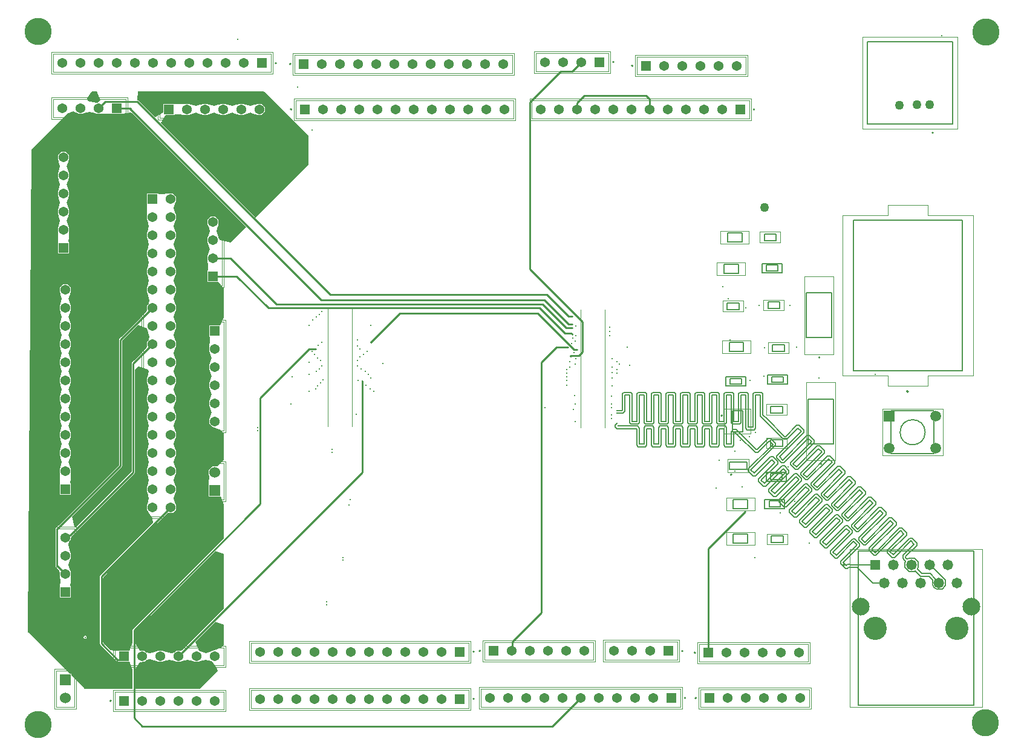
<source format=gbl>
G04*
G04 #@! TF.GenerationSoftware,Altium Limited,Altium Designer,22.1.2 (22)*
G04*
G04 Layer_Physical_Order=10*
G04 Layer_Color=16711680*
%FSLAX25Y25*%
%MOIN*%
G70*
G04*
G04 #@! TF.SameCoordinates,2E2365BE-A05A-434A-80F0-4BE633B458EC*
G04*
G04*
G04 #@! TF.FilePolarity,Positive*
G04*
G01*
G75*
%ADD10C,0.00787*%
%ADD11C,0.00500*%
%ADD12C,0.00394*%
%ADD13C,0.01000*%
%ADD14C,0.00197*%
%ADD65R,0.05394X0.05394*%
%ADD66C,0.05394*%
%ADD67R,0.05394X0.05394*%
%ADD68C,0.12795*%
%ADD69C,0.09744*%
%ADD70R,0.05819X0.05819*%
%ADD71C,0.05819*%
%ADD72R,0.06024X0.06024*%
%ADD73C,0.06024*%
%ADD74C,0.05898*%
%ADD75R,0.05898X0.05898*%
%ADD76C,0.15000*%
%ADD77C,0.01000*%
%ADD78C,0.05000*%
%ADD79C,0.00500*%
G36*
X269441Y353500D02*
X267836Y351997D01*
X267259D01*
X262494Y353225D01*
X262071Y354685D01*
X264792Y358500D01*
X267465D01*
X269441Y353500D01*
D02*
G37*
G36*
X384000Y334000D02*
Y318000D01*
X354862Y288862D01*
X302669Y341056D01*
X305293Y345503D01*
X309730Y345503D01*
X309997Y345503D01*
X310721Y345613D01*
X312555Y345595D01*
X315756Y345505D01*
X315759Y345503D01*
X318241D01*
X318279Y345540D01*
X318997Y345762D01*
X319474Y345899D01*
Y345899D01*
X322000Y346624D01*
X324526Y345899D01*
Y345899D01*
X325003Y345762D01*
X325721Y345540D01*
X325759Y345503D01*
X328241D01*
X328279Y345540D01*
X328997Y345762D01*
X329474Y345899D01*
Y345899D01*
X332000Y346624D01*
X334526Y345899D01*
Y345899D01*
X335003Y345762D01*
X335721Y345540D01*
X335759Y345503D01*
X338241D01*
X338279Y345540D01*
X338997Y345762D01*
X339474Y345899D01*
Y345899D01*
X342000Y346624D01*
X344526Y345899D01*
Y345899D01*
X345003Y345762D01*
X345721Y345540D01*
X345759Y345503D01*
X348241D01*
X348279Y345540D01*
X348997Y345762D01*
X349474Y345899D01*
Y345899D01*
X352000Y346624D01*
X354526Y345899D01*
Y345899D01*
X355003Y345762D01*
X355721Y345540D01*
X355759Y345503D01*
X358241Y345503D01*
X359997Y347259D01*
Y349741D01*
X358241Y351497D01*
X355759D01*
X355721Y351460D01*
X355707Y351455D01*
X355003Y351238D01*
X354526Y351101D01*
Y351101D01*
X352000Y350376D01*
X349474Y351101D01*
Y351101D01*
X348997Y351238D01*
X348279Y351460D01*
X348241Y351497D01*
X345759D01*
X345721Y351460D01*
X345003Y351238D01*
X344526Y351101D01*
Y351101D01*
X342000Y350376D01*
X339474Y351101D01*
Y351101D01*
X338997Y351238D01*
X338279Y351460D01*
X338241Y351497D01*
X335759D01*
X335721Y351460D01*
X335003Y351238D01*
X334526Y351101D01*
Y351101D01*
X332000Y350376D01*
X329474Y351101D01*
Y351101D01*
X328997Y351238D01*
X328279Y351460D01*
X328241Y351497D01*
X325759D01*
X325721Y351460D01*
X325003Y351238D01*
X324526Y351101D01*
Y351101D01*
X322000Y350376D01*
X319474Y351101D01*
Y351101D01*
X318997Y351238D01*
X318279Y351460D01*
X318241Y351497D01*
X315759D01*
X315756Y351495D01*
X312555Y351405D01*
X310721Y351387D01*
X309997Y351497D01*
X309730Y351497D01*
X304003D01*
X304003Y346793D01*
X299556Y344169D01*
X290415Y353309D01*
X289803Y353563D01*
X289955Y358500D01*
X359500D01*
X384000Y334000D01*
D02*
G37*
G36*
X257259Y346003D02*
X257259Y346003D01*
X259741Y346003D01*
X259779Y346041D01*
X260497Y346262D01*
X263500Y347124D01*
X266504Y346262D01*
X267221Y346041D01*
X267259Y346003D01*
X269741D01*
X269744Y346006D01*
X272945Y346095D01*
X274779Y346113D01*
X275503Y346003D01*
Y346003D01*
X281497D01*
Y346003D01*
X286497Y346779D01*
X349638Y283638D01*
X341207Y275207D01*
X335239Y276310D01*
X334932Y276867D01*
X334497Y277689D01*
Y277741D01*
X334459Y277779D01*
X334238Y278497D01*
X334101Y278974D01*
X334101D01*
X333376Y281500D01*
X334101Y284026D01*
X334101D01*
X334238Y284503D01*
X334459Y285221D01*
X334497Y285259D01*
X334497Y287741D01*
X332741Y289497D01*
X330259D01*
X328503Y287741D01*
Y285259D01*
X328540Y285221D01*
X328545Y285207D01*
X328762Y284503D01*
X328899Y284026D01*
X328899D01*
X329624Y281500D01*
X328899Y278974D01*
X328899D01*
X328762Y278497D01*
X328540Y277779D01*
X328503Y277741D01*
Y275259D01*
X328540Y275221D01*
X328762Y274503D01*
X329624Y271500D01*
X328762Y268497D01*
X328540Y267779D01*
X328503Y267741D01*
Y265259D01*
X328505Y265256D01*
X328595Y262055D01*
X328613Y260221D01*
X328503Y259497D01*
X328503D01*
Y253503D01*
X331751D01*
X334497Y253503D01*
X337500Y249747D01*
Y233667D01*
X335497Y229497D01*
X332500Y229497D01*
X329503D01*
Y223770D01*
X329503Y223503D01*
X329613Y222779D01*
X329595Y220945D01*
X329505Y217744D01*
X329503Y217741D01*
Y215259D01*
X329540Y215221D01*
X329762Y214503D01*
X330624Y211500D01*
X329762Y208497D01*
X329540Y207779D01*
X329503Y207741D01*
Y205259D01*
X329540Y205221D01*
X329762Y204503D01*
X330624Y201500D01*
X329762Y198497D01*
X329540Y197779D01*
X329503Y197741D01*
Y195259D01*
X329540Y195221D01*
X329762Y194503D01*
X330624Y191500D01*
X329762Y188497D01*
X329540Y187779D01*
X329503Y187741D01*
Y185259D01*
X329540Y185221D01*
X329762Y184503D01*
X330624Y181500D01*
X329762Y178497D01*
X329545Y177793D01*
X329540Y177779D01*
X329503Y177741D01*
Y175259D01*
X331259Y173503D01*
X331342Y173503D01*
X335647Y171824D01*
X337500Y170191D01*
Y155255D01*
X333872Y151812D01*
X332500Y151812D01*
X331128D01*
X329188Y149872D01*
Y147128D01*
X329505Y146812D01*
X329188Y141812D01*
X329188Y140992D01*
Y135188D01*
X332500D01*
X335812Y135188D01*
X337500Y130887D01*
Y112225D01*
X287388Y62112D01*
X287134Y61500D01*
Y54319D01*
X285497Y49997D01*
X282134Y49997D01*
X279503Y49997D01*
X277573Y50204D01*
X274733Y50507D01*
X274706Y50519D01*
X272598Y52627D01*
X271945Y53299D01*
X271064Y54469D01*
X270878Y55168D01*
X270866Y56860D01*
Y57508D01*
Y87492D01*
Y88140D01*
X270866Y88225D01*
X270886Y89862D01*
X271070Y90554D01*
X271426Y91167D01*
X272598Y92373D01*
X273094Y92869D01*
X298475Y118251D01*
X300657Y120433D01*
X303324Y123100D01*
X305973Y125749D01*
X306759Y126003D01*
X309241D01*
X310997Y127759D01*
Y130241D01*
X310960Y130279D01*
X310955Y130293D01*
X310738Y130997D01*
X309876Y134000D01*
X310738Y137003D01*
X310960Y137721D01*
X310997Y137759D01*
Y140241D01*
X310960Y140279D01*
X310738Y140997D01*
X309876Y144000D01*
X310738Y147003D01*
X310960Y147721D01*
X310997Y147759D01*
Y150241D01*
X310960Y150279D01*
X310738Y150997D01*
X309876Y154000D01*
X310738Y157003D01*
X310960Y157721D01*
X310997Y157759D01*
Y160241D01*
X310960Y160279D01*
X310738Y160997D01*
X309876Y164000D01*
X310738Y167003D01*
X310960Y167721D01*
X310997Y167759D01*
Y170241D01*
X310960Y170279D01*
X310738Y170997D01*
X309876Y174000D01*
X310738Y177003D01*
X310960Y177721D01*
X310997Y177759D01*
Y180241D01*
X310960Y180279D01*
X310738Y180997D01*
X309876Y184000D01*
X310738Y187003D01*
X310960Y187721D01*
X310997Y187759D01*
Y190241D01*
X310960Y190279D01*
X310738Y190997D01*
X309876Y194000D01*
X310738Y197003D01*
X310960Y197721D01*
X310997Y197759D01*
Y200241D01*
X310960Y200279D01*
X310738Y200997D01*
X309876Y204000D01*
X310738Y207003D01*
X310960Y207721D01*
X310997Y207759D01*
Y210241D01*
X310960Y210279D01*
X310738Y210997D01*
X309876Y214000D01*
X310738Y217003D01*
X310960Y217721D01*
X310997Y217759D01*
Y220241D01*
X310960Y220279D01*
X310738Y220997D01*
X309876Y224000D01*
X310738Y227003D01*
X310960Y227721D01*
X310997Y227759D01*
Y230241D01*
X310960Y230279D01*
X310738Y230997D01*
X309876Y234000D01*
X310738Y237003D01*
X310960Y237721D01*
X310997Y237759D01*
Y240241D01*
X310960Y240279D01*
X310738Y240997D01*
X309876Y244000D01*
X310738Y247003D01*
X310960Y247721D01*
X310997Y247759D01*
Y250241D01*
X310960Y250279D01*
X310738Y250997D01*
X309876Y254000D01*
X310738Y257003D01*
X310960Y257721D01*
X310997Y257759D01*
Y260241D01*
X310960Y260279D01*
X310738Y260997D01*
X309876Y264000D01*
X310738Y267003D01*
X310960Y267721D01*
X310997Y267759D01*
Y270241D01*
X310960Y270279D01*
X310738Y270997D01*
X309876Y274000D01*
X310738Y277003D01*
X310960Y277721D01*
X310997Y277759D01*
Y280241D01*
X310960Y280279D01*
X310738Y280997D01*
X309876Y284000D01*
X310738Y287003D01*
X310960Y287721D01*
X310997Y287759D01*
Y290241D01*
X310960Y290279D01*
X310738Y290997D01*
X309876Y294000D01*
X310738Y297003D01*
X310960Y297721D01*
X310997Y297759D01*
X310997Y300241D01*
X309241Y301997D01*
X309241Y301997D01*
X308504Y301997D01*
X306759D01*
X306759Y301997D01*
X306756Y301994D01*
X306723Y301993D01*
X303555Y301905D01*
X301721Y301887D01*
X300997Y301997D01*
X300730Y301997D01*
X295003D01*
Y296270D01*
X295003Y296003D01*
X295113Y295279D01*
X295095Y293445D01*
X295005Y290244D01*
X295003Y290241D01*
Y287759D01*
X295040Y287721D01*
X295262Y287003D01*
X296124Y284000D01*
X295262Y280997D01*
X295040Y280279D01*
X295003Y280241D01*
Y277759D01*
X295040Y277721D01*
X295262Y277003D01*
X296124Y274000D01*
X295262Y270997D01*
X295040Y270279D01*
X295003Y270241D01*
Y267759D01*
X295040Y267721D01*
X295262Y267003D01*
X296124Y264000D01*
X295262Y260997D01*
X295040Y260279D01*
X295003Y260241D01*
Y257759D01*
X295040Y257721D01*
X295262Y257003D01*
X296124Y254000D01*
X295262Y250997D01*
X295040Y250279D01*
X295003Y250241D01*
Y247759D01*
X295040Y247721D01*
X295262Y247003D01*
X296345Y243231D01*
X296056Y241294D01*
X295003Y240241D01*
X295003Y240158D01*
X295003Y237759D01*
X294749Y236973D01*
X291612Y233837D01*
X280950Y223174D01*
X279888Y222112D01*
X279634Y221500D01*
Y219983D01*
Y153220D01*
Y152359D01*
X279023Y151748D01*
X246299Y119023D01*
X244888Y117612D01*
X244634Y117000D01*
Y115461D01*
Y98500D01*
Y97000D01*
X244888Y96388D01*
X246747Y94529D01*
X247003Y92623D01*
X247003Y91259D01*
X247471Y88569D01*
X247471Y88569D01*
X247003Y85497D01*
X247003Y85230D01*
Y79503D01*
X252997D01*
Y85230D01*
X252997Y85497D01*
X252887Y86221D01*
X252905Y88055D01*
X252994Y91256D01*
X252997Y91259D01*
Y93741D01*
X252959Y93779D01*
X252738Y94497D01*
X251876Y97500D01*
X252738Y100503D01*
X252959Y101221D01*
X252997Y101259D01*
Y103741D01*
X252959Y103779D01*
X252738Y104497D01*
X251655Y108269D01*
X251944Y110206D01*
X252997Y111259D01*
X253282Y113085D01*
X253330Y113105D01*
X254253Y114028D01*
X287026Y146801D01*
X288112Y147888D01*
X288366Y148500D01*
Y150013D01*
Y205047D01*
X290289Y206610D01*
X295824Y205045D01*
X296124Y204000D01*
X295262Y200997D01*
X295040Y200279D01*
X295003Y200241D01*
Y197759D01*
X295040Y197721D01*
X295262Y197003D01*
X296124Y194000D01*
X295262Y190997D01*
X295040Y190279D01*
X295003Y190241D01*
Y187759D01*
X295040Y187721D01*
X295262Y187003D01*
X296124Y184000D01*
X295262Y180997D01*
X295040Y180279D01*
X295003Y180241D01*
Y177759D01*
X295040Y177721D01*
X295262Y177003D01*
X296124Y174000D01*
X295262Y170997D01*
X295040Y170279D01*
X295003Y170241D01*
Y167759D01*
X295040Y167721D01*
X295262Y167003D01*
X296124Y164000D01*
X295262Y160997D01*
X295040Y160279D01*
X295003Y160241D01*
Y157759D01*
X295040Y157721D01*
X295262Y157003D01*
X296124Y154000D01*
X295262Y150997D01*
X295040Y150279D01*
X295003Y150241D01*
Y147759D01*
X295040Y147721D01*
X295262Y147003D01*
X296124Y144000D01*
X295262Y140997D01*
X295040Y140279D01*
X295003Y140241D01*
Y137759D01*
X295040Y137721D01*
X295262Y137003D01*
X296124Y134000D01*
X295262Y130997D01*
X295040Y130279D01*
X295003Y130241D01*
Y127759D01*
X295062Y127699D01*
X297368Y124214D01*
X297659Y123775D01*
X297957Y123036D01*
X298236Y120461D01*
X295190Y117415D01*
X272685Y94909D01*
X269388Y91612D01*
X269134Y91000D01*
X269134Y86615D01*
Y58385D01*
X269134Y54000D01*
X269388Y53388D01*
X272209Y50567D01*
X275296Y47479D01*
X278277Y44499D01*
X278889Y44245D01*
X279110D01*
X279503Y44003D01*
X282406Y44003D01*
X285497Y44003D01*
X287134Y39681D01*
Y29000D01*
X260500D01*
Y29500D01*
X253312Y36688D01*
Y37312D01*
X252688D01*
X229500Y60500D01*
X231500Y326500D01*
X251164Y346164D01*
X254557Y347411D01*
X257259Y346003D01*
D02*
G37*
G36*
X290792Y229460D02*
X295062Y227699D01*
X296345Y223231D01*
X296056Y221294D01*
X295003Y220241D01*
X295003Y220158D01*
X295003Y217759D01*
X294749Y216973D01*
X291612Y213837D01*
X287929Y210154D01*
X286888Y209112D01*
X286634Y208500D01*
Y206987D01*
Y149721D01*
Y148859D01*
X286030Y148255D01*
X255824Y118048D01*
X255071Y118275D01*
X253648Y123924D01*
X280046Y150321D01*
X281112Y151388D01*
X281366Y152000D01*
Y153517D01*
Y220280D01*
Y221141D01*
X281978Y221753D01*
X290003Y229779D01*
X290792Y229460D01*
D02*
G37*
G36*
X337500Y64243D02*
Y53309D01*
X335647Y51676D01*
X331342Y49997D01*
X331259Y49997D01*
X331221Y49959D01*
X330503Y49738D01*
X327500Y48876D01*
X323800Y49938D01*
X322040Y54208D01*
X321721Y54997D01*
X332881Y66156D01*
X337500Y64243D01*
D02*
G37*
G36*
Y103243D02*
Y75775D01*
X337500Y73225D01*
X317868Y53592D01*
X314527Y50251D01*
X313741Y49997D01*
X311259D01*
X310206Y48944D01*
X308269Y48655D01*
X304497Y49738D01*
X303779Y49959D01*
X303741Y49997D01*
X301259D01*
X301221Y49959D01*
X300503Y49738D01*
X296731Y48655D01*
X294794Y48944D01*
X293866Y49872D01*
X293741Y49997D01*
X291164Y50156D01*
X288866Y54006D01*
Y61141D01*
X332881Y105156D01*
X337500Y103243D01*
D02*
G37*
G36*
X300503Y44262D02*
X301221Y44041D01*
X301259Y44003D01*
X303741D01*
X303779Y44041D01*
X304497Y44262D01*
X307500Y45124D01*
X310503Y44262D01*
X311221Y44041D01*
X311259Y44003D01*
X313741D01*
X313779Y44041D01*
X314497Y44262D01*
X317500Y45124D01*
X320504Y44262D01*
X321221Y44041D01*
X321259Y44003D01*
X323741D01*
X323779Y44041D01*
X324497Y44262D01*
X327500Y45124D01*
X330503Y44262D01*
X331212Y44043D01*
X333442Y40598D01*
X333798Y40020D01*
X334188Y39188D01*
X324000Y29000D01*
X288866D01*
Y39994D01*
X291164Y43844D01*
X293741Y44003D01*
X294794Y45056D01*
X296731Y45345D01*
X300503Y44262D01*
D02*
G37*
%LPC*%
G36*
X250241Y324997D02*
X247759D01*
X247699Y324938D01*
X246003Y323241D01*
Y320759D01*
X246041Y320721D01*
X246045Y320707D01*
X246262Y320003D01*
X246399Y319526D01*
X246399D01*
X247124Y317000D01*
X246399Y314474D01*
X246399D01*
X246262Y313997D01*
X246041Y313279D01*
X246003Y313241D01*
Y310759D01*
X246041Y310721D01*
X246262Y310003D01*
X246399Y309526D01*
X246399D01*
X247124Y307000D01*
X246399Y304474D01*
X246399D01*
X246262Y303997D01*
X246041Y303279D01*
X246003Y303241D01*
Y300759D01*
X246041Y300721D01*
X246262Y300003D01*
X246399Y299526D01*
X246399D01*
X247124Y297000D01*
X246399Y294474D01*
X246399D01*
X246262Y293997D01*
X246041Y293279D01*
X246003Y293241D01*
Y290759D01*
X246041Y290721D01*
X246262Y290003D01*
X246399Y289526D01*
X246399D01*
X247124Y287000D01*
X246399Y284474D01*
X246399D01*
X246262Y283997D01*
X246041Y283279D01*
X246003Y283241D01*
Y280759D01*
X246006Y280756D01*
X246095Y277555D01*
X246113Y275721D01*
X246003Y274997D01*
X246003Y274730D01*
Y269003D01*
X251997D01*
Y274730D01*
X251997Y274997D01*
X251887Y275721D01*
X251905Y277555D01*
X251994Y280756D01*
X251997Y280759D01*
Y283241D01*
X251959Y283279D01*
X251738Y283997D01*
X251601Y284474D01*
X251601D01*
X250876Y287000D01*
X251601Y289526D01*
X251601D01*
X251738Y290003D01*
X251959Y290721D01*
X251997Y290759D01*
Y293241D01*
X251959Y293279D01*
X251738Y293997D01*
X251601Y294474D01*
X251601D01*
X250876Y297000D01*
X251601Y299526D01*
X251601D01*
X251738Y300003D01*
X251959Y300721D01*
X251997Y300759D01*
Y303241D01*
X251959Y303279D01*
X251738Y303997D01*
X251601Y304474D01*
X251601D01*
X250876Y307000D01*
X251601Y309526D01*
X251601D01*
X251738Y310003D01*
X251959Y310721D01*
X251997Y310759D01*
Y313241D01*
X251959Y313279D01*
X251738Y313997D01*
X251601Y314474D01*
X251601D01*
X250876Y317000D01*
X251601Y319526D01*
X251601D01*
X251738Y320003D01*
X251959Y320721D01*
X251997Y320759D01*
X251997Y323241D01*
X250241Y324997D01*
D02*
G37*
G36*
X251241Y251997D02*
X248759D01*
X248699Y251938D01*
X247003Y250241D01*
Y247759D01*
X247041Y247721D01*
X247045Y247707D01*
X247262Y247003D01*
X247399Y246526D01*
X247399D01*
X248124Y244000D01*
X247399Y241474D01*
X247399D01*
X247262Y240997D01*
X247041Y240279D01*
X247003Y240241D01*
Y237759D01*
X247041Y237721D01*
X247262Y237003D01*
X247399Y236526D01*
X247399D01*
X248124Y234000D01*
X247399Y231474D01*
X247399D01*
X247262Y230997D01*
X247041Y230279D01*
X247003Y230241D01*
Y227759D01*
X247041Y227721D01*
X247262Y227003D01*
X247399Y226526D01*
X247399D01*
X248124Y224000D01*
X247399Y221474D01*
X247399D01*
X247262Y220997D01*
X247041Y220279D01*
X247003Y220241D01*
Y217759D01*
X247041Y217721D01*
X247262Y217003D01*
X247399Y216526D01*
X247399D01*
X248124Y214000D01*
X247399Y211474D01*
X247399D01*
X247262Y210997D01*
X247041Y210279D01*
X247003Y210241D01*
Y207759D01*
X247041Y207721D01*
X247262Y207003D01*
X247399Y206526D01*
X247399D01*
X248124Y204000D01*
X247399Y201474D01*
X247399D01*
X247262Y200997D01*
X247041Y200279D01*
X247003Y200241D01*
Y197759D01*
X247041Y197721D01*
X247262Y197003D01*
X247399Y196526D01*
X247399D01*
X248124Y194000D01*
X247399Y191474D01*
X247399D01*
X247262Y190997D01*
X247041Y190279D01*
X247003Y190241D01*
Y187759D01*
X247041Y187721D01*
X247262Y187003D01*
X247399Y186526D01*
X247399D01*
X248124Y184000D01*
X247399Y181474D01*
X247399D01*
X247262Y180997D01*
X247041Y180279D01*
X247003Y180241D01*
Y177759D01*
X247041Y177721D01*
X247262Y177003D01*
X247399Y176526D01*
X247399D01*
X248124Y174000D01*
X247399Y171474D01*
X247399D01*
X247262Y170997D01*
X247041Y170279D01*
X247003Y170241D01*
Y167759D01*
X247041Y167721D01*
X247262Y167003D01*
X247399Y166526D01*
X247399D01*
X248124Y164000D01*
X247399Y161474D01*
X247399D01*
X247262Y160997D01*
X247041Y160279D01*
X247003Y160241D01*
Y157759D01*
X247041Y157721D01*
X247262Y157003D01*
X247399Y156526D01*
X247399D01*
X248124Y154000D01*
X247399Y151474D01*
X247399D01*
X247262Y150997D01*
X247041Y150279D01*
X247003Y150241D01*
Y147759D01*
X247006Y147756D01*
X247095Y144555D01*
X247113Y142721D01*
X247003Y141997D01*
X247003Y141730D01*
Y136003D01*
X252997D01*
Y141730D01*
X252997Y141997D01*
X252887Y142721D01*
X252905Y144555D01*
X252994Y147756D01*
X252997Y147759D01*
Y150241D01*
X252959Y150279D01*
X252738Y150997D01*
X252601Y151474D01*
X252601D01*
X251876Y154000D01*
X252601Y156526D01*
X252601D01*
X252738Y157003D01*
X252959Y157721D01*
X252997Y157759D01*
Y160241D01*
X252959Y160279D01*
X252738Y160997D01*
X252601Y161474D01*
X252601D01*
X251876Y164000D01*
X252601Y166526D01*
X252601D01*
X252738Y167003D01*
X252959Y167721D01*
X252997Y167759D01*
Y170241D01*
X252959Y170279D01*
X252738Y170997D01*
X252601Y171474D01*
X252601D01*
X251876Y174000D01*
X252601Y176526D01*
X252601D01*
X252738Y177003D01*
X252959Y177721D01*
X252997Y177759D01*
Y180241D01*
X252959Y180279D01*
X252738Y180997D01*
X252601Y181474D01*
X252601D01*
X251876Y184000D01*
X252601Y186526D01*
X252601D01*
X252738Y187003D01*
X252959Y187721D01*
X252997Y187759D01*
Y190241D01*
X252959Y190279D01*
X252738Y190997D01*
X252601Y191474D01*
X252601D01*
X251876Y194000D01*
X252601Y196526D01*
X252601D01*
X252738Y197003D01*
X252959Y197721D01*
X252997Y197759D01*
Y200241D01*
X252959Y200279D01*
X252738Y200997D01*
X252601Y201474D01*
X252601D01*
X251876Y204000D01*
X252601Y206526D01*
X252601D01*
X252738Y207003D01*
X252959Y207721D01*
X252997Y207759D01*
Y210241D01*
X252959Y210279D01*
X252738Y210997D01*
X252601Y211474D01*
X252601D01*
X251876Y214000D01*
X252601Y216526D01*
X252601D01*
X252738Y217003D01*
X252959Y217721D01*
X252997Y217759D01*
Y220241D01*
X252959Y220279D01*
X252738Y220997D01*
X252601Y221474D01*
X252601D01*
X251876Y224000D01*
X252601Y226526D01*
X252601D01*
X252738Y227003D01*
X252959Y227721D01*
X252997Y227759D01*
Y230241D01*
X252959Y230279D01*
X252738Y230997D01*
X252601Y231474D01*
X252601D01*
X251876Y234000D01*
X252601Y236526D01*
X252601D01*
X252738Y237003D01*
X252959Y237721D01*
X252997Y237759D01*
Y240241D01*
X252959Y240279D01*
X252738Y240997D01*
X252601Y241474D01*
X252601D01*
X251876Y244000D01*
X252601Y246526D01*
X252601D01*
X252738Y247003D01*
X252959Y247721D01*
X252997Y247759D01*
X252997Y250241D01*
X251241Y251997D01*
D02*
G37*
G36*
X260669Y58300D02*
X260200Y57831D01*
X260200Y57169D01*
X260669Y56700D01*
X261331Y56700D01*
X261800Y57169D01*
X261800Y57831D01*
X261331Y58300D01*
X261331Y58300D01*
X260669D01*
D02*
G37*
%LPD*%
D10*
X629953Y348500D02*
G03*
X629953Y348500I-394J0D01*
G01*
X728433Y335610D02*
G03*
X728433Y335610I-394J0D01*
G01*
X332894Y234059D02*
G03*
X332894Y234059I-394J0D01*
G01*
X275335Y22500D02*
G03*
X275335Y22500I-394J0D01*
G01*
X298394Y306559D02*
G03*
X298394Y306559I-394J0D01*
G01*
X366453Y374000D02*
G03*
X366453Y374000I-394J0D01*
G01*
X331894Y248941D02*
G03*
X331894Y248941I-394J0D01*
G01*
X597335Y49000D02*
G03*
X597335Y49000I-394J0D01*
G01*
X275335Y47000D02*
G03*
X275335Y47000I-394J0D01*
G01*
X374835Y348500D02*
G03*
X374835Y348500I-394J0D01*
G01*
X374335Y373500D02*
G03*
X374335Y373500I-394J0D01*
G01*
X679312Y97303D02*
G03*
X679312Y97303I-394J0D01*
G01*
X552453Y374500D02*
G03*
X552453Y374500I-394J0D01*
G01*
X617425Y147153D02*
G03*
X617425Y147153I-394J0D01*
G01*
X562835Y372500D02*
G03*
X562835Y372500I-394J0D01*
G01*
X714663Y192967D02*
G03*
X714663Y192967I-557J0D01*
G01*
X286453Y349000D02*
G03*
X286453Y349000I-394J0D01*
G01*
X258268Y34000D02*
G03*
X258268Y34000I-394J0D01*
G01*
X590453Y50000D02*
G03*
X590453Y50000I-394J0D01*
G01*
X249394Y264441D02*
G03*
X249394Y264441I-394J0D01*
G01*
X475453Y49500D02*
G03*
X475453Y49500I-394J0D01*
G01*
X597835Y24000D02*
G03*
X597835Y24000I-394J0D01*
G01*
X612232Y179650D02*
G03*
X612232Y179650I-394J0D01*
G01*
X478835Y50000D02*
G03*
X478835Y50000I-394J0D01*
G01*
X666894Y153232D02*
G03*
X666894Y153232I-394J0D01*
G01*
X665894Y211732D02*
G03*
X665894Y211732I-394J0D01*
G01*
X591953Y24000D02*
G03*
X591953Y24000I-394J0D01*
G01*
X475453Y23500D02*
G03*
X475453Y23500I-394J0D01*
G01*
X250394Y74941D02*
G03*
X250394Y74941I-394J0D01*
G01*
X299835Y348500D02*
G03*
X299835Y348500I-394J0D01*
G01*
X250394Y131441D02*
G03*
X250394Y131441I-394J0D01*
G01*
X325020Y138500D02*
G03*
X325020Y138500I-394J0D01*
G01*
D11*
X729404Y88168D02*
G03*
X729339Y87085I2053J-668D01*
G01*
X732783Y84077D02*
G03*
X732692Y84055I75J-494D01*
G01*
X728037Y88800D02*
G03*
X732692Y84055I3421J-1300D01*
G01*
X729537Y88888D02*
G03*
X729537Y88889I-2000J0D01*
G01*
X623500Y166146D02*
X628073Y161573D01*
X623500Y168268D02*
X629134Y162634D01*
X629134D02*
X629621Y162146D01*
X630853Y160915D01*
X631267D01*
X637510Y167157D01*
X638753D01*
X641399Y164511D01*
Y163268D02*
Y164511D01*
X627878Y149748D02*
X641399Y163268D01*
X627878Y149748D02*
X629646Y147980D01*
X638684Y157018D01*
X639926D01*
X642573Y154371D01*
Y153128D02*
Y154371D01*
X633535Y144091D02*
X642573Y153128D01*
X633535Y144091D02*
X635303Y142323D01*
X644985Y152005D01*
X646227D01*
X648874Y149358D01*
Y148116D02*
Y149358D01*
X639192Y138434D02*
X648874Y148116D01*
X639192Y138434D02*
X640960Y136666D01*
X651944Y147651D01*
X653187D01*
X655833Y145004D01*
Y143762D02*
Y145004D01*
X644849Y132777D02*
X655833Y143762D01*
X644849Y132777D02*
X646616Y131009D01*
X657601Y141994D01*
X658844D01*
X661490Y139347D01*
Y138105D02*
Y139347D01*
X650505Y127120D02*
X661490Y138105D01*
X650505Y127120D02*
X652273Y125352D01*
X663258Y136337D01*
X664501D01*
X667147Y133690D01*
Y132448D02*
Y133690D01*
X656162Y121463D02*
X667147Y132448D01*
X656162Y121463D02*
X657930Y119695D01*
X668915Y130680D01*
X670157D01*
X672804Y128034D01*
Y126791D02*
Y128034D01*
X661819Y115806D02*
X672804Y126791D01*
X661819Y115806D02*
X663587Y114039D01*
X674572Y125023D01*
X675814D01*
X678461Y122377D01*
Y121134D02*
Y122377D01*
X667476Y110150D02*
X678461Y121134D01*
X667476Y110150D02*
X669244Y108382D01*
X679918Y119056D01*
X681160D01*
X683807Y116409D01*
Y115167D02*
Y116409D01*
X673133Y104493D02*
X683807Y115167D01*
X673133Y104493D02*
X674901Y102725D01*
X683938Y111763D01*
X685181D01*
X687827Y109116D01*
Y107873D02*
Y109116D01*
X678790Y98836D02*
X687827Y107873D01*
X678790Y98836D02*
X680558Y97068D01*
X681106Y97616D01*
X682762D01*
X682763Y97616D01*
X682763D01*
X682879Y97500D01*
X684500D01*
X628073Y161573D02*
X628561Y161086D01*
Y161086D02*
Y161086D01*
Y161086D02*
X630232Y159415D01*
X631888D01*
X638131Y165657D01*
X639899Y163890D01*
X626378Y150369D02*
X639899Y163890D01*
X626378Y149126D02*
Y150369D01*
Y149126D02*
X629025Y146480D01*
X630267D01*
X639305Y155517D01*
X641073Y153750D01*
X632035Y144712D02*
X641073Y153750D01*
X632035Y143469D02*
Y144712D01*
Y143469D02*
X634681Y140823D01*
X635924D01*
X645606Y150505D01*
X647374Y148737D01*
X637692Y139055D02*
X647374Y148737D01*
X637692Y137812D02*
Y139055D01*
Y137812D02*
X640338Y135166D01*
X641581D01*
X652565Y146151D01*
X654333Y144383D01*
X643349Y133398D02*
X654333Y144383D01*
X643349Y132156D02*
Y133398D01*
Y132156D02*
X645995Y129509D01*
X647238D01*
X658222Y140494D01*
X659990Y138726D01*
X649006Y127741D02*
X659990Y138726D01*
X649006Y126499D02*
Y127741D01*
Y126499D02*
X651652Y123852D01*
X652895D01*
X663879Y134837D01*
X665647Y133069D01*
X654662Y122084D02*
X665647Y133069D01*
X654662Y120842D02*
Y122084D01*
Y120842D02*
X657309Y118195D01*
X658552D01*
X669536Y129180D01*
X671304Y127412D01*
X660319Y116428D02*
X671304Y127412D01*
X660319Y115185D02*
Y116428D01*
Y115185D02*
X662966Y112539D01*
X664208D01*
X675193Y123523D01*
X676961Y121755D01*
X665976Y110771D02*
X676961Y121755D01*
X665976Y109528D02*
Y110771D01*
Y109528D02*
X668623Y106882D01*
X669865D01*
X680539Y117556D01*
X682307Y115788D01*
X671633Y105114D02*
X682307Y115788D01*
X671633Y103871D02*
Y105114D01*
Y103871D02*
X674279Y101225D01*
X675522D01*
X684560Y110263D01*
X686328Y108495D01*
X677290Y99457D02*
X686328Y108495D01*
X677290Y98215D02*
Y99457D01*
Y98215D02*
X679936Y95568D01*
X681179D01*
X681727Y96116D01*
X682141D01*
X682141Y96116D01*
X682141D01*
X682257Y96000D01*
X683000D01*
X684500Y97500D02*
X696458D01*
X683000Y96000D02*
X686500D01*
X619189Y170457D02*
X623500Y166146D01*
X618775Y170457D02*
X619189D01*
X618482Y170164D02*
X618775Y170457D01*
X618482Y163314D02*
Y170164D01*
X617604Y162436D02*
X618482Y163314D01*
X613861Y162436D02*
X617604D01*
X612982Y163314D02*
X613861Y162436D01*
X612982Y163314D02*
Y172436D01*
X610482D02*
X612982D01*
X610482Y163314D02*
Y172436D01*
X609604Y162436D02*
X610482Y163314D01*
X605861Y162436D02*
X609604D01*
X604982Y163314D02*
X605861Y162436D01*
X604982Y163314D02*
Y172436D01*
X602482D02*
X604982D01*
X602482Y163314D02*
Y172436D01*
X601604Y162436D02*
X602482Y163314D01*
X597861Y162436D02*
X601604D01*
X596982Y163314D02*
X597861Y162436D01*
X596982Y163314D02*
Y172436D01*
X594482D02*
X596982D01*
X594482Y163314D02*
Y172436D01*
X593604Y162436D02*
X594482Y163314D01*
X589861Y162436D02*
X593604D01*
X588982Y163314D02*
X589861Y162436D01*
X588982Y163314D02*
Y172436D01*
X586482D02*
X588982D01*
X586482Y163314D02*
Y172436D01*
X585604Y162436D02*
X586482Y163314D01*
X581861Y162436D02*
X585604D01*
X580982Y163314D02*
X581861Y162436D01*
X580982Y163314D02*
Y172436D01*
X578482D02*
X580982D01*
X578482Y163314D02*
Y172436D01*
X577604Y162436D02*
X578482Y163314D01*
X573861Y162436D02*
X577604D01*
X572982Y163314D02*
X573861Y162436D01*
X572982Y163314D02*
Y172436D01*
X570482D02*
X572982D01*
X570482Y163314D02*
Y172436D01*
X569604Y162436D02*
X570482Y163314D01*
X565861Y162436D02*
X569604D01*
X564982Y163314D02*
X565861Y162436D01*
X564982Y163314D02*
Y172143D01*
X564689Y172436D02*
X564982Y172143D01*
X560000Y172436D02*
X564689D01*
X619811Y171957D02*
X623500Y168268D01*
X618154Y171957D02*
X619811D01*
X616982Y170786D02*
X618154Y171957D01*
X616982Y163936D02*
Y170786D01*
X614482Y163936D02*
X616982D01*
X614482D02*
Y173057D01*
X613604Y173936D02*
X614482Y173057D01*
X609861Y173936D02*
X613604D01*
X608982Y173057D02*
X609861Y173936D01*
X608982Y163936D02*
Y173057D01*
X606482Y163936D02*
X608982D01*
X606482D02*
Y173057D01*
X605604Y173936D02*
X606482Y173057D01*
X601861Y173936D02*
X605604D01*
X600982Y173057D02*
X601861Y173936D01*
X600982Y163936D02*
Y173057D01*
X598482Y163936D02*
X600982D01*
X598482D02*
Y173057D01*
X597604Y173936D02*
X598482Y173057D01*
X593861Y173936D02*
X597604D01*
X592982Y173057D02*
X593861Y173936D01*
X592982Y163936D02*
Y173057D01*
X590482Y163936D02*
X592982D01*
X590482D02*
Y173057D01*
X589604Y173936D02*
X590482Y173057D01*
X585861Y173936D02*
X589604D01*
X584982Y173057D02*
X585861Y173936D01*
X584982Y163936D02*
Y173057D01*
X582482Y163936D02*
X584982D01*
X582482D02*
Y173057D01*
X581604Y173936D02*
X582482Y173057D01*
X577861Y173936D02*
X581604D01*
X576982Y173057D02*
X577861Y173936D01*
X576982Y163936D02*
Y173057D01*
X574482Y163936D02*
X576982D01*
X574482D02*
Y173057D01*
X573604Y173936D02*
X574482Y173057D01*
X569861Y173936D02*
X573604D01*
X568982Y173057D02*
X569861Y173936D01*
X568982Y163936D02*
Y173057D01*
X566482Y163936D02*
X568982D01*
X566482D02*
Y172764D01*
X565311Y173936D02*
X566482Y172764D01*
X560000Y173936D02*
X565311D01*
X554064Y172436D02*
X560000D01*
X554686Y173936D02*
X560000D01*
X712345Y100155D02*
X712832Y99668D01*
X712345Y100155D02*
X712345D01*
X711577Y100923D02*
X712345Y100155D01*
X711577Y100923D02*
Y102580D01*
X717819Y108823D01*
X716051Y110591D02*
X717819Y108823D01*
X706931Y101470D02*
X716051Y110591D01*
X705688Y101470D02*
X706931D01*
X703042Y104117D02*
X705688Y101470D01*
X703042Y104117D02*
Y105359D01*
X712162Y114480D01*
X710395Y116247D02*
X712162Y114480D01*
X696874Y102727D02*
X710395Y116247D01*
X695631Y102727D02*
X696874D01*
X692985Y105373D02*
X695631Y102727D01*
X692985Y105373D02*
Y106616D01*
X706506Y120136D01*
X704738Y121904D02*
X706506Y120136D01*
X691217Y108384D02*
X704738Y121904D01*
X689974Y108384D02*
X691217D01*
X687328Y111030D02*
X689974Y108384D01*
X687328Y111030D02*
Y112273D01*
X700849Y125793D01*
X699081Y127561D02*
X700849Y125793D01*
X687196Y115676D02*
X699081Y127561D01*
X685954Y115676D02*
X687196D01*
X683307Y118323D02*
X685954Y115676D01*
X683307Y118323D02*
Y119566D01*
X695192Y131450D01*
X693424Y133218D02*
X695192Y131450D01*
X681850Y121644D02*
X693424Y133218D01*
X680608Y121644D02*
X681850D01*
X677961Y124291D02*
X680608Y121644D01*
X677961Y124291D02*
Y125533D01*
X689535Y137107D01*
X687767Y138875D02*
X689535Y137107D01*
X676193Y127301D02*
X687767Y138875D01*
X674951Y127301D02*
X676193D01*
X672304Y129947D02*
X674951Y127301D01*
X672304Y129947D02*
Y131190D01*
X683878Y142764D01*
X682111Y144532D02*
X683878Y142764D01*
X670537Y132958D02*
X682111Y144532D01*
X669294Y132958D02*
X670537D01*
X666647Y135604D02*
X669294Y132958D01*
X666647Y135604D02*
Y136847D01*
X678221Y148421D01*
X676454Y150189D02*
X678221Y148421D01*
X664880Y138614D02*
X676454Y150189D01*
X663637Y138614D02*
X664880D01*
X660991Y141261D02*
X663637Y138614D01*
X660991Y141261D02*
Y142504D01*
X672565Y154077D01*
X670797Y155845D02*
X672565Y154077D01*
X659223Y144271D02*
X670797Y155845D01*
X657980Y144271D02*
X659223D01*
X655334Y146918D02*
X657980Y144271D01*
X655334Y146918D02*
Y148160D01*
X666908Y159734D01*
X665140Y161502D02*
X666908Y159734D01*
X653566Y149928D02*
X665140Y161502D01*
X652323Y149928D02*
X653566D01*
X649677Y152575D02*
X652323Y149928D01*
X649677Y152575D02*
Y153817D01*
X661251Y165391D01*
X659483Y167159D02*
X661251Y165391D01*
X645962Y153638D02*
X659483Y167159D01*
X644720Y153638D02*
X645962D01*
X642073Y156285D02*
X644720Y153638D01*
X642073Y156285D02*
Y157527D01*
X655594Y171048D01*
X653826Y172816D02*
X655594Y171048D01*
X647584Y166573D02*
X653826Y172816D01*
X645927Y166573D02*
X647584D01*
X645487Y167013D02*
X645927Y166573D01*
X645487Y167013D02*
Y167013D01*
X645000Y167500D02*
X645487Y167013D01*
X713405Y101216D02*
X713893Y100729D01*
X713077Y101545D02*
X713405Y101216D01*
X713077Y101545D02*
Y101959D01*
X719319Y108202D01*
Y109444D01*
X716673Y112091D02*
X719319Y109444D01*
X715430Y112091D02*
X716673D01*
X706310Y102970D02*
X715430Y112091D01*
X704542Y104738D02*
X706310Y102970D01*
X704542Y104738D02*
X713662Y113858D01*
Y115101D01*
X711016Y117747D02*
X713662Y115101D01*
X709773Y117747D02*
X711016D01*
X696253Y104227D02*
X709773Y117747D01*
X694485Y105994D02*
X696253Y104227D01*
X694485Y105994D02*
X708006Y119515D01*
Y120758D01*
X705359Y123404D02*
X708006Y120758D01*
X704117Y123404D02*
X705359D01*
X690596Y109883D02*
X704117Y123404D01*
X688828Y111651D02*
X690596Y109883D01*
X688828Y111651D02*
X702349Y125172D01*
Y126415D01*
X699702Y129061D02*
X702349Y126415D01*
X698460Y129061D02*
X699702D01*
X686575Y117177D02*
X698460Y129061D01*
X684807Y118944D02*
X686575Y117177D01*
X684807Y118944D02*
X696692Y130829D01*
Y132071D01*
X694045Y134718D02*
X696692Y132071D01*
X692803Y134718D02*
X694045D01*
X681229Y123144D02*
X692803Y134718D01*
X679461Y124912D02*
X681229Y123144D01*
X679461Y124912D02*
X691035Y136486D01*
Y137728D01*
X688389Y140375D02*
X691035Y137728D01*
X687146Y140375D02*
X688389D01*
X675572Y128801D02*
X687146Y140375D01*
X673804Y130569D02*
X675572Y128801D01*
X673804Y130569D02*
X685378Y142143D01*
Y143385D01*
X682732Y146032D02*
X685378Y143385D01*
X681489Y146032D02*
X682732D01*
X669915Y134458D02*
X681489Y146032D01*
X668148Y136225D02*
X669915Y134458D01*
X668148Y136225D02*
X679721Y147799D01*
Y149042D01*
X677075Y151689D02*
X679721Y149042D01*
X675832Y151689D02*
X677075D01*
X664258Y140114D02*
X675832Y151689D01*
X662491Y141882D02*
X664258Y140114D01*
X662491Y141882D02*
X674065Y153456D01*
Y154699D01*
X671418Y157345D02*
X674065Y154699D01*
X670176Y157345D02*
X671418D01*
X658602Y145771D02*
X670176Y157345D01*
X656834Y147539D02*
X658602Y145771D01*
X656834Y147539D02*
X668408Y159113D01*
Y160356D01*
X665761Y163002D02*
X668408Y160356D01*
X664519Y163002D02*
X665761D01*
X652945Y151428D02*
X664519Y163002D01*
X651177Y153196D02*
X652945Y151428D01*
X651177Y153196D02*
X662751Y164770D01*
Y166013D01*
X660104Y168659D02*
X662751Y166013D01*
X658862Y168659D02*
X660104D01*
X645341Y155138D02*
X658862Y168659D01*
X643573Y156906D02*
X645341Y155138D01*
X643573Y156906D02*
X657094Y170427D01*
Y171669D01*
X654448Y174316D02*
X657094Y171669D01*
X653205Y174316D02*
X654448D01*
X646962Y168073D02*
X653205Y174316D01*
X646548Y168073D02*
X646962D01*
X646548Y168073D02*
X646548Y168073D01*
X646061Y168561D02*
X646548Y168073D01*
X712832Y99668D02*
X712934Y99566D01*
X637000Y175500D02*
X645000Y167500D01*
X713893Y100729D02*
X713995Y100627D01*
X637000Y177621D02*
X646061Y168561D01*
X632982Y179518D02*
X637000Y175500D01*
X632982Y179518D02*
Y191000D01*
X630482D02*
X632982D01*
X630482Y172629D02*
Y191000D01*
X629604Y171750D02*
X630482Y172629D01*
X625861Y171750D02*
X629604D01*
X624982Y172629D02*
X625861Y171750D01*
X624982Y172629D02*
Y191000D01*
X622482D02*
X624982D01*
X622482Y175814D02*
Y191000D01*
X621604Y174936D02*
X622482Y175814D01*
X617861Y174936D02*
X621604D01*
X616982Y175814D02*
X617861Y174936D01*
X616982Y175814D02*
Y191000D01*
X614482D02*
X616982D01*
X614482Y175814D02*
Y191000D01*
X613604Y174936D02*
X614482Y175814D01*
X609861Y174936D02*
X613604D01*
X608982Y175814D02*
X609861Y174936D01*
X608982Y175814D02*
Y191000D01*
X606482D02*
X608982D01*
X606482Y175814D02*
Y191000D01*
X605604Y174936D02*
X606482Y175814D01*
X601861Y174936D02*
X605604D01*
X600982Y175814D02*
X601861Y174936D01*
X600982Y175814D02*
Y191000D01*
X598482D02*
X600982D01*
X598482Y175814D02*
Y191000D01*
X597604Y174936D02*
X598482Y175814D01*
X593861Y174936D02*
X597604D01*
X592982Y175814D02*
X593861Y174936D01*
X592982Y175814D02*
Y191000D01*
X590482D02*
X592982D01*
X590482Y175814D02*
Y191000D01*
X589604Y174936D02*
X590482Y175814D01*
X585861Y174936D02*
X589604D01*
X584982Y175814D02*
X585861Y174936D01*
X584982Y175814D02*
Y191000D01*
X582482D02*
X584982D01*
X582482Y175814D02*
Y191000D01*
X581604Y174936D02*
X582482Y175814D01*
X577861Y174936D02*
X581604D01*
X576982Y175814D02*
X577861Y174936D01*
X576982Y175814D02*
Y191000D01*
X574482D02*
X576982D01*
X574482Y175814D02*
Y191000D01*
X573604Y174936D02*
X574482Y175814D01*
X569861Y174936D02*
X573604D01*
X568982Y175814D02*
X569861Y174936D01*
X568982Y175814D02*
Y191000D01*
X566482D02*
X568982D01*
X566482Y175814D02*
Y191000D01*
X565604Y174936D02*
X566482Y175814D01*
X561861Y174936D02*
X565604D01*
X560982Y175814D02*
X561861Y174936D01*
X560982Y175814D02*
Y191000D01*
X558482D02*
X560982D01*
X558482Y182172D02*
Y191000D01*
X557311Y181000D02*
X558482Y182172D01*
X556000Y181000D02*
X557311D01*
X634482Y180139D02*
X637000Y177621D01*
X634482Y180139D02*
Y191621D01*
X633604Y192500D02*
X634482Y191621D01*
X629861Y192500D02*
X633604D01*
X628982Y191621D02*
X629861Y192500D01*
X628982Y173250D02*
Y191621D01*
X626482Y173250D02*
X628982D01*
X626482D02*
Y191621D01*
X625604Y192500D02*
X626482Y191621D01*
X621861Y192500D02*
X625604D01*
X620982Y191621D02*
X621861Y192500D01*
X620982Y176436D02*
Y191621D01*
X618482Y176436D02*
X620982D01*
X618482D02*
Y191621D01*
X617604Y192500D02*
X618482Y191621D01*
X613861Y192500D02*
X617604D01*
X612982Y191621D02*
X613861Y192500D01*
X612982Y176436D02*
Y191621D01*
X610482Y176436D02*
X612982D01*
X610482D02*
Y191621D01*
X609604Y192500D02*
X610482Y191621D01*
X605861Y192500D02*
X609604D01*
X604982Y191621D02*
X605861Y192500D01*
X604982Y176436D02*
Y191621D01*
X602482Y176436D02*
X604982D01*
X602482D02*
Y191621D01*
X601604Y192500D02*
X602482Y191621D01*
X597861Y192500D02*
X601604D01*
X596982Y191621D02*
X597861Y192500D01*
X596982Y176436D02*
Y191621D01*
X594482Y176436D02*
X596982D01*
X594482D02*
Y191621D01*
X593604Y192500D02*
X594482Y191621D01*
X589861Y192500D02*
X593604D01*
X588982Y191621D02*
X589861Y192500D01*
X588982Y176436D02*
Y191621D01*
X586482Y176436D02*
X588982D01*
X586482D02*
Y191621D01*
X585604Y192500D02*
X586482Y191621D01*
X581861Y192500D02*
X585604D01*
X580982Y191621D02*
X581861Y192500D01*
X580982Y176436D02*
Y191621D01*
X578482Y176436D02*
X580982D01*
X578482D02*
Y191621D01*
X577604Y192500D02*
X578482Y191621D01*
X573861Y192500D02*
X577604D01*
X572982Y191621D02*
X573861Y192500D01*
X572982Y176436D02*
Y191621D01*
X570482Y176436D02*
X572982D01*
X570482D02*
Y191621D01*
X569604Y192500D02*
X570482Y191621D01*
X565861Y192500D02*
X569604D01*
X564982Y191621D02*
X565861Y192500D01*
X564982Y176436D02*
Y191621D01*
X562482Y176436D02*
X564982D01*
X562482D02*
Y191621D01*
X561604Y192500D02*
X562482Y191621D01*
X557861Y192500D02*
X561604D01*
X556982Y191621D02*
X557861Y192500D01*
X556982Y182793D02*
Y191621D01*
X556689Y182500D02*
X556982Y182793D01*
X556000Y182500D02*
X556689D01*
X554000Y181000D02*
X556000D01*
X554000Y182500D02*
X556000D01*
X721962Y92659D02*
X726595D01*
X729537Y88301D02*
Y88800D01*
X729404Y88168D02*
X729537Y88301D01*
X729454Y86969D02*
X729601Y86823D01*
X729537Y88889D02*
Y89717D01*
X728037Y88800D02*
Y88889D01*
X729537Y88800D02*
Y88888D01*
X730781Y86823D02*
X731458Y87500D01*
X726595Y92659D02*
X729537Y89717D01*
X729339Y87085D02*
X729454Y86969D01*
X725974Y91159D02*
X728037Y89096D01*
X733286Y84153D02*
X735117Y85984D01*
X728037Y88889D02*
Y89096D01*
X729601Y86823D02*
X730781D01*
X732783Y84077D02*
X733286Y84153D01*
X721341Y91159D02*
X725974D01*
X726633Y97500D02*
X735117Y89016D01*
Y85984D02*
Y89016D01*
X726458Y97500D02*
X726633D01*
X714409Y100627D02*
X714942Y101160D01*
X717974D02*
X720117Y99016D01*
Y95984D02*
Y99016D01*
X713995Y100627D02*
X714409D01*
X719584Y95037D02*
Y95451D01*
Y95037D02*
X721962Y92659D01*
X712798Y99016D02*
X712934Y99152D01*
X712798Y95984D02*
X714942Y93840D01*
X718109Y93976D02*
X718524D01*
X719584Y95451D02*
X720117Y95984D01*
X714942Y101160D02*
X717974D01*
X712798Y95984D02*
Y99016D01*
X712934Y99152D02*
Y99566D01*
X718524Y93976D02*
X721341Y91159D01*
X717974Y93840D02*
X718109Y93976D01*
X714942Y93840D02*
X717974D01*
X553186Y173314D02*
X554064Y172436D01*
X553186Y173314D02*
Y173418D01*
X553000Y173603D02*
Y174500D01*
Y173603D02*
X553186Y173418D01*
X553000Y174500D02*
X554000Y175500D01*
X695000Y87500D02*
X701458D01*
X686500Y96000D02*
X695000Y87500D01*
X723910Y170500D02*
G03*
X723910Y170500I-6909J0D01*
G01*
X615937Y215039D02*
X623811D01*
X615937Y219961D02*
X623811D01*
Y215039D02*
Y219961D01*
X615937Y215039D02*
Y219961D01*
X639732Y215150D02*
Y218850D01*
X646268Y215150D02*
Y218850D01*
X639732D02*
X646268D01*
X639732Y215150D02*
X646268D01*
X614732Y238150D02*
Y241850D01*
X621268Y238150D02*
Y241850D01*
X614732D02*
X621268D01*
X614732Y238150D02*
X621268D01*
X637232Y238650D02*
Y242350D01*
X643768Y238650D02*
Y242350D01*
X637232D02*
X643768D01*
X637232Y238650D02*
X643768D01*
X738965Y340532D02*
Y385610D01*
X691917D02*
X738965D01*
X691917Y340532D02*
Y385610D01*
Y340532D02*
X738965D01*
X639220Y109650D02*
X645756D01*
X639220Y113350D02*
X645756D01*
Y109650D02*
Y113350D01*
X639220Y109650D02*
Y113350D01*
X687206Y104980D02*
X750710D01*
Y19980D02*
Y104980D01*
X687206Y19980D02*
X750710D01*
X687206D02*
Y104980D01*
X636350Y259425D02*
Y262575D01*
X642650Y259425D02*
Y262575D01*
X636350D02*
X642650D01*
X636350Y259425D02*
X642650D01*
X616047Y150106D02*
Y154043D01*
X625890D01*
Y150106D02*
Y154043D01*
X616047Y150106D02*
X625890D01*
X635244Y276150D02*
X641780D01*
X635244Y279850D02*
X641780D01*
Y276150D02*
Y279850D01*
X635244Y276150D02*
Y279850D01*
X638744Y181150D02*
X645280D01*
X638744Y184850D02*
X645280D01*
Y181150D02*
Y184850D01*
X638744Y181150D02*
Y184850D01*
X638732Y162650D02*
X645268D01*
X638732Y166350D02*
X645268D01*
Y162650D02*
Y166350D01*
X638732Y162650D02*
Y166350D01*
X638850Y144425D02*
Y147575D01*
X645150Y144425D02*
Y147575D01*
X638850D02*
X645150D01*
X638850Y144425D02*
X645150D01*
X637898Y129425D02*
Y132575D01*
X644197Y129425D02*
Y132575D01*
X637898D02*
X644197D01*
X637898Y129425D02*
X644197D01*
X684500Y204424D02*
Y287416D01*
X744500D01*
Y204424D02*
Y287416D01*
X684500Y204424D02*
X744500D01*
X618189Y109539D02*
Y114461D01*
X626063Y109539D02*
Y114461D01*
X618189D02*
X626063D01*
X618189Y109539D02*
X626063D01*
X705209Y158709D02*
Y182291D01*
Y158709D02*
X728791D01*
Y182291D01*
X705209D02*
X728791D01*
X618189Y128539D02*
Y133461D01*
X626063Y128539D02*
Y133461D01*
X618189D02*
X626063D01*
X618189Y128539D02*
X626063D01*
X617744Y170594D02*
Y182405D01*
Y170594D02*
X623256D01*
Y182405D01*
X617744D02*
X623256D01*
X616303Y196925D02*
Y200075D01*
X622602Y196925D02*
Y200075D01*
X616303D02*
X622602D01*
X616303Y196925D02*
X622602D01*
X613063Y258039D02*
Y262961D01*
X620937Y258039D02*
Y262961D01*
X613063D02*
X620937D01*
X613063Y258039D02*
X620937D01*
X659453Y164098D02*
Y188902D01*
X673547D01*
Y164098D02*
Y188902D01*
X659453Y164098D02*
X673547D01*
X658453Y222598D02*
Y247402D01*
X672547D01*
Y222598D02*
Y247402D01*
X658453Y222598D02*
X672547D01*
X615063Y275539D02*
Y280461D01*
X622937Y275539D02*
Y280461D01*
X615063D02*
X622937D01*
X615063Y275539D02*
X622937D01*
X639350Y197925D02*
Y201075D01*
X645650Y197925D02*
Y201075D01*
X639350D02*
X645650D01*
X639350Y197925D02*
X645650D01*
X247232Y55650D02*
X253768D01*
X247232Y59350D02*
X253768D01*
Y55650D02*
Y59350D01*
X247232Y55650D02*
Y59350D01*
X633988Y263559D02*
X645012D01*
Y258441D02*
Y263559D01*
X633988Y258441D02*
Y263559D01*
Y258441D02*
X645012D01*
X636488Y148559D02*
X647512D01*
Y143441D02*
Y148559D01*
X636488Y143441D02*
Y148559D01*
Y143441D02*
X647512D01*
X635535Y133559D02*
X646559D01*
Y128441D02*
Y133559D01*
X635535Y128441D02*
Y133559D01*
Y128441D02*
X646559D01*
X613941Y201059D02*
X624965D01*
Y195941D02*
Y201059D01*
X613941Y195941D02*
Y201059D01*
Y195941D02*
X624965D01*
X636988Y202059D02*
X648012D01*
Y196941D02*
Y202059D01*
X636988Y196941D02*
Y202059D01*
Y196941D02*
X648012D01*
D12*
X627000Y343500D02*
Y353500D01*
X507000Y343500D02*
X627000D01*
X507000D02*
Y353500D01*
X627000D01*
X407960Y173884D02*
Y238850D01*
X394646Y173884D02*
Y238848D01*
X337400Y171500D02*
Y231500D01*
X327600D02*
X337400D01*
X327600Y171500D02*
Y231500D01*
Y171500D02*
X337400D01*
X277500Y27400D02*
X337500D01*
X277500Y17600D02*
Y27400D01*
Y17600D02*
X337500D01*
Y27400D01*
X293000Y124000D02*
Y304000D01*
Y124000D02*
X313000D01*
Y304000D01*
X293000D02*
X313000D01*
X243500Y379000D02*
X363500D01*
X243500Y369000D02*
Y379000D01*
Y369000D02*
X363500D01*
Y379000D01*
X326500Y251500D02*
X336500D01*
X326500D02*
Y291500D01*
X336500D01*
Y251500D02*
Y291500D01*
X659500Y44100D02*
Y53900D01*
X599500Y44100D02*
X659500D01*
X599500D02*
Y53900D01*
X659500D01*
X337500Y42100D02*
Y51900D01*
X277500Y42100D02*
X337500D01*
X277500D02*
Y51900D01*
X337500D01*
X377000Y343500D02*
Y353500D01*
X497000D01*
Y343500D02*
Y353500D01*
X377000Y343500D02*
X497000D01*
X376500Y368500D02*
Y378500D01*
X496500D01*
Y368500D02*
Y378500D01*
X376500Y368500D02*
X496500D01*
X549500Y369500D02*
Y379500D01*
X509500Y369500D02*
X549500D01*
X509500D02*
Y379500D01*
X549500D01*
X547460Y173227D02*
Y238192D01*
X534146Y173227D02*
Y238191D01*
X625000Y367600D02*
Y377400D01*
X565000Y367600D02*
X625000D01*
X565000D02*
Y377400D01*
X625000D01*
X283500Y344000D02*
Y354000D01*
X243500Y344000D02*
X283500D01*
X243500D02*
Y354000D01*
X283500D01*
X245000Y39000D02*
X255000D01*
Y19000D02*
Y39000D01*
X245000Y19000D02*
X255000D01*
X245000D02*
Y39000D01*
X587500Y45000D02*
Y55000D01*
X547500Y45000D02*
X587500D01*
X547500D02*
Y55000D01*
X587500D01*
X244100Y327000D02*
X253900D01*
Y267000D02*
Y327000D01*
X244100Y267000D02*
X253900D01*
X244100D02*
Y327000D01*
X472500Y44500D02*
Y54500D01*
X352500Y44500D02*
X472500D01*
X352500D02*
Y54500D01*
X472500D01*
X660000Y19100D02*
Y28900D01*
X600000Y19100D02*
X660000D01*
X600000D02*
Y28900D01*
X660000D01*
X541000Y45100D02*
Y54900D01*
X481000Y45100D02*
X541000D01*
X481000D02*
Y54900D01*
X541000D01*
X479000Y19000D02*
Y29000D01*
X589000D01*
Y19000D02*
Y29000D01*
X479000Y19000D02*
X589000D01*
X479000D02*
Y29000D01*
X589000D01*
Y19000D02*
Y29000D01*
X472500Y18500D02*
Y28500D01*
X352500Y18500D02*
X472500D01*
X352500D02*
Y28500D01*
X472500D01*
X245000Y77500D02*
X255000D01*
X245000D02*
Y117500D01*
X255000D01*
Y77500D02*
Y117500D01*
X362000Y343600D02*
Y353400D01*
X302000Y343600D02*
X362000D01*
X302000D02*
Y353400D01*
X362000D01*
X245000Y134000D02*
X255000D01*
X245000D02*
Y254000D01*
X255000D01*
Y134000D02*
Y254000D01*
X327500Y133500D02*
X337500D01*
X327500D02*
Y153500D01*
X337500D01*
Y133500D02*
Y153500D01*
D13*
X512500Y71000D02*
Y209000D01*
X496468Y54968D02*
X512500Y71000D01*
Y209000D02*
X520774Y217274D01*
X536000Y356000D02*
X569914D01*
X532000Y348500D02*
X532111Y348611D01*
Y352111D01*
X536000Y356000D01*
X572000Y348500D02*
Y353914D01*
X569914Y356000D02*
X572000Y353914D01*
X391000Y243500D02*
X514000D01*
X527500Y230000D02*
X529500D01*
X514000Y243500D02*
X527500Y230000D01*
X525500Y225000D02*
X529000D01*
X362000Y239000D02*
X511500D01*
X525500Y225000D01*
X510500Y236000D02*
X530500Y216000D01*
X532000D01*
X520774Y217274D02*
X527105D01*
X434500Y236000D02*
X510500D01*
X512960Y241000D02*
X525960Y228000D01*
X418500Y220000D02*
X434500Y236000D01*
X525960Y228000D02*
X529500D01*
X366500Y241000D02*
X512960D01*
X529000Y225000D02*
X529500Y224500D01*
X528646Y212646D02*
X533060D01*
X528500Y212500D02*
X528646Y212646D01*
X506000Y260500D02*
X535000Y231500D01*
Y214586D02*
Y231500D01*
X533060Y212646D02*
X535000Y214586D01*
X506000Y260500D02*
Y352500D01*
X396000Y246500D02*
X515500D01*
X527500Y234500D01*
X529500D01*
X289803Y352697D02*
X396000Y246500D01*
X341000Y266500D02*
X366500Y241000D01*
X285500Y349000D02*
X391000Y243500D01*
X506000Y352500D02*
X523000Y369500D01*
X529500D01*
X534500Y374500D01*
X312500Y47000D02*
X413811Y148311D01*
Y198811D01*
X344500Y256500D02*
X362000Y239000D01*
X384528Y216528D02*
X388028D01*
X331500Y256500D02*
X344500D01*
X331500Y266500D02*
X341000D01*
X272197Y352697D02*
X289803D01*
X268500Y349000D02*
X272197Y352697D01*
X278500Y349000D02*
X285500D01*
X496468Y50468D02*
Y54968D01*
X496000Y50000D02*
X496468Y50468D01*
X604500Y106400D02*
X624800Y126700D01*
X245500Y97000D02*
X250000Y92500D01*
X245500Y97000D02*
Y117000D01*
X280500Y152000D01*
Y221500D01*
X298000Y239000D01*
X518500Y8500D02*
X534000Y24000D01*
X292500Y8500D02*
X518500D01*
X288000Y13000D02*
X292500Y8500D01*
X288000Y13000D02*
Y61500D01*
X357500Y131000D01*
Y189500D01*
X384528Y216528D01*
X250000Y112500D02*
X251189D01*
X252407Y113718D01*
X252718D01*
X287500Y148500D01*
Y208500D01*
X298000Y219000D01*
X604500Y49000D02*
Y106400D01*
X280611Y45111D02*
X282500Y47000D01*
X278889Y45111D02*
X280611D01*
X270000Y54000D02*
X278889Y45111D01*
X270000Y54000D02*
Y91000D01*
X308000Y129000D01*
D14*
X627984Y342516D02*
Y354484D01*
X506016Y342516D02*
X627984D01*
X506016D02*
Y354484D01*
X627984D01*
X612000Y220945D02*
X627748D01*
Y214055D02*
Y220945D01*
X612000Y214055D02*
X627748D01*
X612000D02*
Y220945D01*
X648685Y214087D02*
Y219913D01*
X637315Y214087D02*
Y219913D01*
X648685D01*
X637315Y214087D02*
X648685D01*
X623685Y237087D02*
Y242913D01*
X612315Y237087D02*
Y242913D01*
X623685D01*
X612315Y237087D02*
X623685D01*
X646185Y237587D02*
Y243413D01*
X634815Y237587D02*
Y243413D01*
X646185D01*
X634815Y237587D02*
X646185D01*
X689457Y388563D02*
X741622D01*
Y337579D02*
Y388563D01*
X689457Y337579D02*
X741622D01*
X689457D02*
Y388563D01*
X338384Y170516D02*
Y232484D01*
X326616D02*
X338384D01*
X326616Y170516D02*
Y232484D01*
Y170516D02*
X338384D01*
X276516Y28384D02*
X338484D01*
X276516Y16616D02*
Y28384D01*
Y16616D02*
X338484D01*
Y28384D01*
X292016Y123016D02*
Y304984D01*
Y123016D02*
X313984D01*
Y304984D01*
X292016D02*
X313984D01*
X242516Y379984D02*
X364484D01*
X242516Y368016D02*
Y379984D01*
Y368016D02*
X364484D01*
Y379984D01*
X325516Y250516D02*
X337484D01*
X325516D02*
Y292484D01*
X337484D01*
Y250516D02*
Y292484D01*
X660484Y43116D02*
Y54884D01*
X598516Y43116D02*
X660484D01*
X598516D02*
Y54884D01*
X660484D01*
X338484Y41116D02*
Y52884D01*
X276516Y41116D02*
X338484D01*
X276516D02*
Y52884D01*
X338484D01*
X636803Y108587D02*
X648173D01*
X636803Y114413D02*
X648173D01*
X636803Y108587D02*
Y114413D01*
X648173Y108587D02*
Y114413D01*
X376016Y342516D02*
Y354484D01*
X497984D01*
Y342516D02*
Y354484D01*
X376016Y342516D02*
X497984D01*
X375516Y367516D02*
Y379484D01*
X497484D01*
Y367516D02*
Y379484D01*
X375516Y367516D02*
X497484D01*
X682540Y105965D02*
X755375D01*
Y18996D02*
Y105965D01*
X682540Y18996D02*
X755375D01*
X682540D02*
Y105965D01*
X550484Y368516D02*
Y380484D01*
X508516Y368516D02*
X550484D01*
X508516D02*
Y380484D01*
X550484D01*
X615063Y148531D02*
Y155618D01*
X626874D01*
Y148531D02*
Y155618D01*
X615063Y148531D02*
X626874D01*
X632827Y275087D02*
X644197D01*
X632827Y280913D02*
X644197D01*
X632827Y275087D02*
Y280913D01*
X644197Y275087D02*
Y280913D01*
X636327Y180087D02*
X647697D01*
X636327Y185913D02*
X647697D01*
X636327Y180087D02*
Y185913D01*
X647697Y180087D02*
Y185913D01*
X636315Y161587D02*
X647685D01*
X636315Y167413D02*
X647685D01*
X636315Y161587D02*
Y167413D01*
X647685Y161587D02*
Y167413D01*
X625984Y366616D02*
Y378384D01*
X564016Y366616D02*
X625984D01*
X564016D02*
Y378384D01*
X625984D01*
X678516Y201629D02*
Y290212D01*
X703476D01*
Y295625D01*
X725524D01*
Y290212D02*
Y295625D01*
Y290212D02*
X750484D01*
Y201629D02*
Y290212D01*
X725524Y201629D02*
X750484D01*
X725524Y196215D02*
Y201629D01*
X703476Y196215D02*
X725524D01*
X703476D02*
Y201629D01*
X678516D02*
X703476D01*
X284484Y343016D02*
Y354984D01*
X242516Y343016D02*
X284484D01*
X242516D02*
Y354984D01*
X284484D01*
X255984Y18016D02*
Y39984D01*
X244016Y18016D02*
X255984D01*
X244016D02*
Y39984D01*
X255984D01*
X588484Y44016D02*
Y55984D01*
X546516Y44016D02*
X588484D01*
X546516D02*
Y55984D01*
X588484D01*
X243116Y327984D02*
X254884D01*
Y266016D02*
Y327984D01*
X243116Y266016D02*
X254884D01*
X243116D02*
Y327984D01*
X614252Y108555D02*
Y115445D01*
Y108555D02*
X630000D01*
Y115445D01*
X614252D02*
X630000D01*
X473484Y43516D02*
Y55484D01*
X351516Y43516D02*
X473484D01*
X351516D02*
Y55484D01*
X473484D01*
X700268Y157705D02*
Y183295D01*
Y157705D02*
X733732D01*
Y183295D01*
X700268D02*
X733732D01*
X660984Y18116D02*
Y29884D01*
X599016Y18116D02*
X660984D01*
X599016D02*
Y29884D01*
X660984D01*
X614252Y127555D02*
Y134445D01*
Y127555D02*
X630000D01*
Y134445D01*
X614252D02*
X630000D01*
X613177Y183390D02*
X627823D01*
Y169610D02*
Y183390D01*
X613177Y169610D02*
X627823D01*
X613177D02*
Y183390D01*
X541984Y44116D02*
Y55884D01*
X480016Y44116D02*
X541984D01*
X480016D02*
Y55884D01*
X541984D01*
X609126Y257055D02*
Y263945D01*
Y257055D02*
X624874D01*
Y263945D01*
X609126D02*
X624874D01*
X658469Y155043D02*
Y197957D01*
X674532D01*
Y155043D02*
Y197957D01*
X658469Y155043D02*
X674532D01*
X657469Y213543D02*
Y256457D01*
X673532D01*
Y213543D02*
Y256457D01*
X657469Y213543D02*
X673532D01*
X478016Y18016D02*
Y29984D01*
X589984D01*
Y18016D02*
Y29984D01*
X478016Y18016D02*
X589984D01*
X611126Y274555D02*
Y281445D01*
Y274555D02*
X626874D01*
Y281445D01*
X611126D02*
X626874D01*
X473484Y17516D02*
Y29484D01*
X351516Y17516D02*
X473484D01*
X351516D02*
Y29484D01*
X473484D01*
X244016Y76516D02*
X255984D01*
X244016D02*
Y118484D01*
X255984D01*
Y76516D02*
Y118484D01*
X244815Y54587D02*
X256185D01*
X244815Y60413D02*
X256185D01*
X244815Y54587D02*
Y60413D01*
X256185Y54587D02*
Y60413D01*
X362984Y342616D02*
Y354384D01*
X301016Y342616D02*
X362984D01*
X301016D02*
Y354384D01*
X362984D01*
X244016Y133016D02*
X255984D01*
X244016D02*
Y254984D01*
X255984D01*
Y133016D02*
Y254984D01*
X326516Y132516D02*
Y154484D01*
X338484D01*
Y132516D02*
Y154484D01*
X326516Y132516D02*
X338484D01*
D65*
X622000Y348500D02*
D03*
X282500Y22500D02*
D03*
X358500Y374000D02*
D03*
X604500Y49000D02*
D03*
X282500Y47000D02*
D03*
X382000Y348500D02*
D03*
X381500Y373500D02*
D03*
X544500Y374500D02*
D03*
X570000Y372500D02*
D03*
X278500Y349000D02*
D03*
X582500Y50000D02*
D03*
X467500Y49500D02*
D03*
X605000Y24000D02*
D03*
X486000Y50000D02*
D03*
X584000Y24000D02*
D03*
X467500Y23500D02*
D03*
X307000Y348500D02*
D03*
D66*
X612000D02*
D03*
X602000D02*
D03*
X592000D02*
D03*
X582000D02*
D03*
X572000D02*
D03*
X562000D02*
D03*
X552000D02*
D03*
X542000D02*
D03*
X532000D02*
D03*
X522000D02*
D03*
X512000D02*
D03*
X332500Y176500D02*
D03*
Y186500D02*
D03*
Y196500D02*
D03*
Y206500D02*
D03*
Y216500D02*
D03*
Y22500D02*
D03*
X322500D02*
D03*
X312500D02*
D03*
X302500D02*
D03*
X292500D02*
D03*
X308000Y129000D02*
D03*
X298000D02*
D03*
X308000Y139000D02*
D03*
X298000D02*
D03*
X308000Y149000D02*
D03*
X298000D02*
D03*
X308000Y159000D02*
D03*
X298000D02*
D03*
X308000Y169000D02*
D03*
X298000D02*
D03*
X308000Y179000D02*
D03*
X298000D02*
D03*
X308000Y189000D02*
D03*
X298000D02*
D03*
X308000Y199000D02*
D03*
X298000D02*
D03*
X308000Y209000D02*
D03*
X298000D02*
D03*
X308000Y219000D02*
D03*
X298000D02*
D03*
X308000Y229000D02*
D03*
X298000D02*
D03*
X308000Y239000D02*
D03*
X298000D02*
D03*
X308000Y249000D02*
D03*
X298000D02*
D03*
X308000Y259000D02*
D03*
X298000D02*
D03*
X308000Y269000D02*
D03*
X298000D02*
D03*
X308000Y279000D02*
D03*
X298000D02*
D03*
X308000Y289000D02*
D03*
X298000D02*
D03*
X308000Y299000D02*
D03*
X248500Y374000D02*
D03*
X258500D02*
D03*
X268500D02*
D03*
X278500D02*
D03*
X288500D02*
D03*
X298500D02*
D03*
X308500D02*
D03*
X318500D02*
D03*
X328500D02*
D03*
X338500D02*
D03*
X348500D02*
D03*
X331500Y266500D02*
D03*
Y276500D02*
D03*
Y286500D02*
D03*
X614500Y49000D02*
D03*
X624500D02*
D03*
X634500D02*
D03*
X644500D02*
D03*
X654500D02*
D03*
X292500Y47000D02*
D03*
X302500D02*
D03*
X312500D02*
D03*
X322500D02*
D03*
X332500D02*
D03*
X392000Y348500D02*
D03*
X402000D02*
D03*
X412000D02*
D03*
X422000D02*
D03*
X432000D02*
D03*
X442000D02*
D03*
X452000D02*
D03*
X462000D02*
D03*
X472000D02*
D03*
X482000D02*
D03*
X492000D02*
D03*
X391500Y373500D02*
D03*
X401500D02*
D03*
X411500D02*
D03*
X421500D02*
D03*
X431500D02*
D03*
X441500D02*
D03*
X451500D02*
D03*
X461500D02*
D03*
X471500D02*
D03*
X481500D02*
D03*
X491500D02*
D03*
X534500Y374500D02*
D03*
X524500D02*
D03*
X514500D02*
D03*
X580000Y372500D02*
D03*
X590000D02*
D03*
X600000D02*
D03*
X610000D02*
D03*
X620000D02*
D03*
X268500Y349000D02*
D03*
X258500D02*
D03*
X248500D02*
D03*
X572500Y50000D02*
D03*
X562500D02*
D03*
X552500D02*
D03*
X249000Y282000D02*
D03*
Y292000D02*
D03*
Y302000D02*
D03*
Y312000D02*
D03*
Y322000D02*
D03*
X457500Y49500D02*
D03*
X447500D02*
D03*
X437500D02*
D03*
X427500D02*
D03*
X417500D02*
D03*
X407500D02*
D03*
X397500D02*
D03*
X387500D02*
D03*
X377500D02*
D03*
X367500D02*
D03*
X357500D02*
D03*
X615000Y24000D02*
D03*
X625000D02*
D03*
X635000D02*
D03*
X645000D02*
D03*
X655000D02*
D03*
X496000Y50000D02*
D03*
X506000D02*
D03*
X516000D02*
D03*
X526000D02*
D03*
X536000D02*
D03*
X574000Y24000D02*
D03*
X564000D02*
D03*
X554000D02*
D03*
X544000D02*
D03*
X534000D02*
D03*
X524000D02*
D03*
X514000D02*
D03*
X504000D02*
D03*
X494000D02*
D03*
X484000D02*
D03*
X457500Y23500D02*
D03*
X447500D02*
D03*
X437500D02*
D03*
X427500D02*
D03*
X417500D02*
D03*
X407500D02*
D03*
X397500D02*
D03*
X387500D02*
D03*
X377500D02*
D03*
X367500D02*
D03*
X357500D02*
D03*
X250000Y92500D02*
D03*
Y102500D02*
D03*
Y112500D02*
D03*
X317000Y348500D02*
D03*
X327000D02*
D03*
X337000D02*
D03*
X347000D02*
D03*
X357000D02*
D03*
X250000Y149000D02*
D03*
Y159000D02*
D03*
Y169000D02*
D03*
Y179000D02*
D03*
Y189000D02*
D03*
Y199000D02*
D03*
Y209000D02*
D03*
Y219000D02*
D03*
Y229000D02*
D03*
Y239000D02*
D03*
Y249000D02*
D03*
D67*
X332500Y226500D02*
D03*
X298000Y299000D02*
D03*
X331500Y256500D02*
D03*
X249000Y272000D02*
D03*
X250000Y82500D02*
D03*
Y139000D02*
D03*
D68*
X741458Y62500D02*
D03*
X696458D02*
D03*
D69*
X688466Y74508D02*
D03*
X749450D02*
D03*
D70*
X696458Y97500D02*
D03*
D71*
X706458D02*
D03*
X716458D02*
D03*
X726458D02*
D03*
X701458Y87500D02*
D03*
X711458D02*
D03*
X721458D02*
D03*
X731458D02*
D03*
X736458Y97500D02*
D03*
X741458Y87500D02*
D03*
D72*
X250000Y34000D02*
D03*
X332500Y138500D02*
D03*
D73*
X250000Y24000D02*
D03*
X332500Y148500D02*
D03*
D74*
X704205Y161642D02*
D03*
X729795D02*
D03*
Y179358D02*
D03*
D75*
X704205D02*
D03*
D76*
X235000Y391500D02*
D03*
Y9500D02*
D03*
X757000Y10500D02*
D03*
X757500Y391000D02*
D03*
D77*
X418500Y229500D02*
D03*
X386000Y337000D02*
D03*
X530000Y183000D02*
D03*
X651998Y132502D02*
D03*
X644000Y126000D02*
D03*
X514500Y184000D02*
D03*
X619000Y160000D02*
D03*
X551061Y185939D02*
D03*
X526500Y196500D02*
D03*
X529761Y222559D02*
D03*
X529061Y219561D02*
D03*
X527105Y217274D02*
D03*
X530500Y214500D02*
D03*
X528500Y212500D02*
D03*
X532000Y216000D02*
D03*
X531183Y220744D02*
D03*
X531244Y223744D02*
D03*
X531500Y229000D02*
D03*
X531342Y211146D02*
D03*
X526447Y200947D02*
D03*
X526500Y199000D02*
D03*
X526474Y203042D02*
D03*
X526500Y205000D02*
D03*
X627500Y199000D02*
D03*
X630500Y170500D02*
D03*
X627000Y168000D02*
D03*
X621939Y165939D02*
D03*
X529500Y234500D02*
D03*
Y228000D02*
D03*
Y224500D02*
D03*
Y230000D02*
D03*
X528000Y206500D02*
D03*
Y209500D02*
D03*
X550189Y223811D02*
D03*
X550000Y226000D02*
D03*
X559689Y217311D02*
D03*
X554000Y209500D02*
D03*
X555500Y208000D02*
D03*
X551500Y211071D02*
D03*
Y196000D02*
D03*
X551346Y203346D02*
D03*
X551000Y190500D02*
D03*
X616500Y221500D02*
D03*
X551500Y206500D02*
D03*
X530748Y190748D02*
D03*
X531000Y208000D02*
D03*
X345000Y387000D02*
D03*
X696500Y202500D02*
D03*
X410382Y180382D02*
D03*
X413811Y198811D02*
D03*
X406500Y130500D02*
D03*
X406939Y133561D02*
D03*
X388500Y234000D02*
D03*
X391500Y237000D02*
D03*
X615500Y244000D02*
D03*
X415656Y196399D02*
D03*
X418000Y194500D02*
D03*
X390630Y197630D02*
D03*
X389000Y211500D02*
D03*
X635000Y201500D02*
D03*
X648500Y151500D02*
D03*
X610500Y155000D02*
D03*
X608800Y139700D02*
D03*
X387500Y213500D02*
D03*
X375000Y201000D02*
D03*
X388028Y216528D02*
D03*
X630000Y101500D02*
D03*
X386000Y215000D02*
D03*
X660000Y109500D02*
D03*
X384500Y193000D02*
D03*
X374500Y186000D02*
D03*
X388000Y194500D02*
D03*
X386500Y232500D02*
D03*
X390000Y235500D02*
D03*
X391500Y220000D02*
D03*
X625000Y239000D02*
D03*
X635500Y217000D02*
D03*
X653000Y217500D02*
D03*
X665500Y200400D02*
D03*
X632500Y240500D02*
D03*
X649500D02*
D03*
X624800Y126700D02*
D03*
X413000Y205504D02*
D03*
X356000Y173000D02*
D03*
Y171500D02*
D03*
X411000Y221500D02*
D03*
X550000Y228500D02*
D03*
X420000Y193000D02*
D03*
X619000Y149000D02*
D03*
X425000Y208500D02*
D03*
X418500Y220000D02*
D03*
X412500Y216528D02*
D03*
X418500Y200500D02*
D03*
X417000Y202500D02*
D03*
X415500Y204000D02*
D03*
X411000Y207228D02*
D03*
Y210228D02*
D03*
X414500Y213500D02*
D03*
X412500Y211953D02*
D03*
X416500Y215000D02*
D03*
X554000Y205000D02*
D03*
X561000Y207500D02*
D03*
X554686Y173936D02*
D03*
X554000Y175500D02*
D03*
Y182500D02*
D03*
Y181000D02*
D03*
X551000Y184087D02*
D03*
Y178000D02*
D03*
Y180000D02*
D03*
X531000Y176500D02*
D03*
Y186000D02*
D03*
X553907Y202907D02*
D03*
X551272Y200272D02*
D03*
X733000Y389000D02*
D03*
X378000Y360694D02*
D03*
X394061Y75439D02*
D03*
Y76939D02*
D03*
X403000Y100000D02*
D03*
Y101500D02*
D03*
X397000Y159500D02*
D03*
Y161000D02*
D03*
X261000Y57500D02*
D03*
X384500Y209000D02*
D03*
Y229500D02*
D03*
X390728Y210228D02*
D03*
X389500Y218500D02*
D03*
X612374Y250600D02*
D03*
X410925Y218177D02*
D03*
X388500Y204000D02*
D03*
X384500Y202500D02*
D03*
X390000Y205500D02*
D03*
X391500Y207000D02*
D03*
X392000Y199500D02*
D03*
X389055Y196055D02*
D03*
X411295Y199205D02*
D03*
X623000Y140500D02*
D03*
D78*
X635250Y294250D02*
D03*
X709775Y350775D02*
D03*
X726500Y351000D02*
D03*
X719500D02*
D03*
D79*
X729537Y88800D02*
D03*
X729454Y86969D02*
D03*
X728037Y88889D02*
D03*
M02*

</source>
